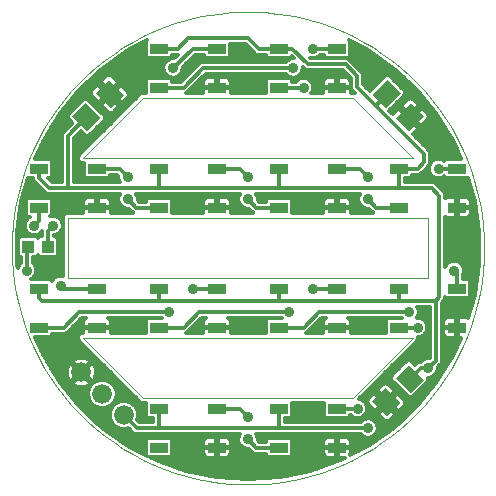
<source format=gtl>
G75*
G70*
%OFA0B0*%
%FSLAX24Y24*%
%IPPOS*%
%LPD*%
%AMOC8*
5,1,8,0,0,1.08239X$1,22.5*
%
%ADD10C,0.0000*%
%ADD11R,0.0591X0.0354*%
%ADD12R,0.0394X0.0433*%
%ADD13R,0.0630X0.0709*%
%ADD14C,0.0660*%
%ADD15C,0.0120*%
%ADD16C,0.0357*%
D10*
X004664Y003164D02*
X002664Y005164D01*
X013664Y005164D01*
X011664Y003164D01*
X004664Y003164D01*
X002164Y007164D02*
X002164Y009164D01*
X014164Y009164D01*
X014164Y007164D01*
X002164Y007164D01*
X002664Y011164D02*
X004664Y013164D01*
X011664Y013164D01*
X013664Y011164D01*
X002664Y011164D01*
X000290Y008164D02*
X000299Y007784D01*
X000327Y007404D01*
X000373Y007026D01*
X000437Y006651D01*
X000519Y006280D01*
X000619Y005912D01*
X000736Y005551D01*
X000871Y005195D01*
X001023Y004846D01*
X001192Y004505D01*
X001377Y004172D01*
X001578Y003849D01*
X001794Y003536D01*
X002025Y003233D01*
X002270Y002943D01*
X002529Y002664D01*
X002802Y002398D01*
X003087Y002146D01*
X003383Y001907D01*
X003691Y001684D01*
X004009Y001475D01*
X004337Y001282D01*
X004674Y001106D01*
X005019Y000945D01*
X005372Y000802D01*
X005731Y000675D01*
X006095Y000567D01*
X006465Y000476D01*
X006838Y000402D01*
X007215Y000347D01*
X007594Y000311D01*
X007974Y000292D01*
X008354Y000292D01*
X008734Y000311D01*
X009113Y000347D01*
X009490Y000402D01*
X009863Y000476D01*
X010233Y000567D01*
X010597Y000675D01*
X010956Y000802D01*
X011309Y000945D01*
X011654Y001106D01*
X011991Y001282D01*
X012319Y001475D01*
X012637Y001684D01*
X012945Y001907D01*
X013241Y002146D01*
X013526Y002398D01*
X013799Y002664D01*
X014058Y002943D01*
X014303Y003233D01*
X014534Y003536D01*
X014750Y003849D01*
X014951Y004172D01*
X015136Y004505D01*
X015305Y004846D01*
X015457Y005195D01*
X015592Y005551D01*
X015709Y005912D01*
X015809Y006280D01*
X015891Y006651D01*
X015955Y007026D01*
X016001Y007404D01*
X016029Y007784D01*
X016038Y008164D01*
X016029Y008544D01*
X016001Y008924D01*
X015955Y009302D01*
X015891Y009677D01*
X015809Y010048D01*
X015709Y010416D01*
X015592Y010777D01*
X015457Y011133D01*
X015305Y011482D01*
X015136Y011823D01*
X014951Y012156D01*
X014750Y012479D01*
X014534Y012792D01*
X014303Y013095D01*
X014058Y013385D01*
X013799Y013664D01*
X013526Y013930D01*
X013241Y014182D01*
X012945Y014421D01*
X012637Y014644D01*
X012319Y014853D01*
X011991Y015046D01*
X011654Y015222D01*
X011309Y015383D01*
X010956Y015526D01*
X010597Y015653D01*
X010233Y015761D01*
X009863Y015852D01*
X009490Y015926D01*
X009113Y015981D01*
X008734Y016017D01*
X008354Y016036D01*
X007974Y016036D01*
X007594Y016017D01*
X007215Y015981D01*
X006838Y015926D01*
X006465Y015852D01*
X006095Y015761D01*
X005731Y015653D01*
X005372Y015526D01*
X005019Y015383D01*
X004674Y015222D01*
X004337Y015046D01*
X004009Y014853D01*
X003691Y014644D01*
X003383Y014421D01*
X003087Y014182D01*
X002802Y013930D01*
X002529Y013664D01*
X002270Y013385D01*
X002025Y013095D01*
X001794Y012792D01*
X001578Y012479D01*
X001377Y012156D01*
X001192Y011823D01*
X001023Y011482D01*
X000871Y011133D01*
X000736Y010777D01*
X000619Y010416D01*
X000519Y010048D01*
X000437Y009677D01*
X000373Y009302D01*
X000327Y008924D01*
X000299Y008544D01*
X000290Y008164D01*
D11*
X001199Y009514D03*
X001199Y010813D03*
X003128Y010813D03*
X003128Y009514D03*
X005199Y009514D03*
X005199Y010813D03*
X007128Y010813D03*
X007128Y009514D03*
X009199Y009514D03*
X009199Y010813D03*
X011128Y010813D03*
X011128Y009514D03*
X013199Y009514D03*
X013199Y010813D03*
X015128Y010813D03*
X015128Y009514D03*
X015128Y006813D03*
X015128Y005514D03*
X013199Y005514D03*
X013199Y006813D03*
X011128Y006813D03*
X011128Y005514D03*
X009199Y005514D03*
X009199Y006813D03*
X007128Y006813D03*
X007128Y005514D03*
X005199Y005514D03*
X005199Y006813D03*
X003128Y006813D03*
X003128Y005514D03*
X001199Y005514D03*
X001199Y006813D03*
X005199Y002813D03*
X005199Y001514D03*
X007128Y001514D03*
X007128Y002813D03*
X009199Y002813D03*
X009199Y001514D03*
X011128Y001514D03*
X011128Y002813D03*
X011128Y013514D03*
X011128Y014813D03*
X009199Y014813D03*
X009199Y013514D03*
X007128Y013514D03*
X007128Y014813D03*
X005199Y014813D03*
X005199Y013514D03*
D12*
X001498Y008207D03*
X000829Y008207D03*
D13*
G36*
X003247Y012497D02*
X002801Y012051D01*
X002301Y012551D01*
X002747Y012997D01*
X003247Y012497D01*
G37*
G36*
X004027Y013277D02*
X003581Y012831D01*
X003081Y013331D01*
X003527Y013777D01*
X004027Y013277D01*
G37*
G36*
X012747Y012831D02*
X012301Y013277D01*
X012801Y013777D01*
X013247Y013331D01*
X012747Y012831D01*
G37*
G36*
X013527Y012051D02*
X013081Y012497D01*
X013581Y012997D01*
X014027Y012551D01*
X013527Y012051D01*
G37*
G36*
X013081Y003831D02*
X013527Y004277D01*
X014027Y003777D01*
X013581Y003331D01*
X013081Y003831D01*
G37*
G36*
X012301Y003051D02*
X012747Y003497D01*
X013247Y002997D01*
X012801Y002551D01*
X012301Y003051D01*
G37*
D14*
X004017Y002603D03*
X003310Y003310D03*
X002603Y004017D03*
D15*
X002727Y002711D02*
X003553Y002711D01*
X003547Y002697D02*
X003547Y002510D01*
X003619Y002337D01*
X003751Y002205D01*
X003924Y002133D01*
X004111Y002133D01*
X004177Y002161D01*
X004257Y002081D01*
X004374Y001964D01*
X005247Y001964D01*
X007892Y001964D01*
X007845Y001852D01*
X007845Y001725D01*
X007894Y001608D01*
X007983Y001519D01*
X008100Y001470D01*
X008199Y001470D01*
X008356Y001314D01*
X008521Y001314D01*
X008764Y001314D01*
X008764Y001279D01*
X008846Y001197D01*
X009552Y001197D01*
X009634Y001279D01*
X009634Y001749D01*
X009552Y001831D01*
X008846Y001831D01*
X008764Y001749D01*
X008764Y001714D01*
X008521Y001714D01*
X008482Y001753D01*
X008482Y001852D01*
X008436Y001964D01*
X009081Y001964D01*
X009247Y001964D01*
X011913Y001964D01*
X011983Y001894D01*
X012100Y001845D01*
X012227Y001845D01*
X012344Y001894D01*
X012434Y001983D01*
X012482Y002100D01*
X012482Y002227D01*
X012434Y002344D01*
X012344Y002434D01*
X012227Y002482D01*
X012100Y002482D01*
X011983Y002434D01*
X011913Y002364D01*
X009399Y002364D01*
X009399Y002496D01*
X009552Y002496D01*
X009634Y002578D01*
X009634Y003004D01*
X010693Y003004D01*
X010693Y002578D01*
X010775Y002496D01*
X011482Y002496D01*
X011564Y002578D01*
X011564Y002613D01*
X011633Y002543D01*
X011750Y002495D01*
X011877Y002495D01*
X011994Y002543D01*
X012083Y002633D01*
X012132Y002750D01*
X012132Y002877D01*
X012083Y002994D01*
X011994Y003083D01*
X011877Y003132D01*
X011858Y003132D01*
X013824Y005097D01*
X013824Y005196D01*
X013877Y005196D01*
X013994Y005244D01*
X014083Y005334D01*
X014132Y005451D01*
X014132Y005578D01*
X014083Y005695D01*
X013994Y005784D01*
X013877Y005833D01*
X013783Y005833D01*
X013809Y005858D01*
X013857Y005975D01*
X013857Y006102D01*
X013811Y006214D01*
X014214Y006214D01*
X014214Y004497D01*
X014199Y004482D01*
X014100Y004482D01*
X013983Y004434D01*
X013913Y004364D01*
X013831Y004364D01*
X013734Y004267D01*
X013584Y004417D01*
X013468Y004417D01*
X012940Y003889D01*
X012940Y003773D01*
X013523Y003190D01*
X013639Y003190D01*
X014167Y003718D01*
X014167Y003834D01*
X014155Y003845D01*
X014227Y003845D01*
X014344Y003894D01*
X014434Y003983D01*
X014482Y004100D01*
X014482Y004199D01*
X014614Y004331D01*
X014614Y004497D01*
X014614Y006331D01*
X014739Y006456D01*
X014739Y006533D01*
X014775Y006496D01*
X015482Y006496D01*
X015564Y006578D01*
X015564Y007049D01*
X015482Y007131D01*
X015328Y007131D01*
X015328Y007241D01*
X015328Y007281D01*
X015357Y007350D01*
X015357Y007477D01*
X015309Y007594D01*
X015219Y007684D01*
X015102Y007732D01*
X014975Y007732D01*
X014858Y007684D01*
X014769Y007594D01*
X014739Y007521D01*
X014739Y009207D01*
X014771Y009188D01*
X014812Y009177D01*
X015100Y009177D01*
X015100Y009485D01*
X015157Y009485D01*
X015157Y009177D01*
X015445Y009177D01*
X015485Y009188D01*
X015522Y009209D01*
X015552Y009239D01*
X015573Y009275D01*
X015584Y009316D01*
X015584Y009486D01*
X015157Y009486D01*
X015157Y009543D01*
X015100Y009543D01*
X015100Y009851D01*
X014812Y009851D01*
X014771Y009840D01*
X014739Y009822D01*
X014739Y009997D01*
X014622Y010114D01*
X014372Y010364D01*
X014206Y010364D01*
X013399Y010364D01*
X013399Y010496D01*
X013552Y010496D01*
X013634Y010578D01*
X013634Y010613D01*
X013731Y010613D01*
X013896Y010613D01*
X014221Y010939D01*
X014196Y010877D01*
X014196Y010750D01*
X014244Y010633D01*
X014334Y010543D01*
X014451Y010495D01*
X014578Y010495D01*
X014695Y010543D01*
X014711Y010560D01*
X014775Y010496D01*
X015482Y010496D01*
X015498Y010513D01*
X015716Y009733D01*
X015860Y008690D01*
X015878Y008164D01*
X015878Y008164D01*
X014739Y008164D01*
X014739Y008282D02*
X015874Y008282D01*
X015878Y008164D02*
X015860Y007637D01*
X015716Y006594D01*
X015502Y005830D01*
X015485Y005840D01*
X015445Y005851D01*
X015157Y005851D01*
X015157Y005543D01*
X015100Y005543D01*
X015100Y005851D01*
X014812Y005851D01*
X014771Y005840D01*
X014735Y005819D01*
X014705Y005790D01*
X014684Y005753D01*
X014673Y005712D01*
X014673Y005543D01*
X015099Y005543D01*
X015099Y005486D01*
X014673Y005486D01*
X014673Y005316D01*
X014684Y005275D01*
X014705Y005239D01*
X014735Y005209D01*
X014771Y005188D01*
X014812Y005177D01*
X015100Y005177D01*
X015100Y005485D01*
X015157Y005485D01*
X015157Y005177D01*
X015257Y005177D01*
X015013Y004615D01*
X014466Y003715D01*
X013801Y002899D01*
X013032Y002180D01*
X012172Y001573D01*
X011562Y001257D01*
X011573Y001275D01*
X011584Y001316D01*
X011584Y001486D01*
X011157Y001486D01*
X011157Y001543D01*
X011100Y001543D01*
X011100Y001851D01*
X010812Y001851D01*
X010771Y001840D01*
X010735Y001819D01*
X010705Y001790D01*
X010684Y001753D01*
X010673Y001712D01*
X010673Y001543D01*
X011099Y001543D01*
X011099Y001486D01*
X010673Y001486D01*
X010673Y001316D01*
X010684Y001275D01*
X010705Y001239D01*
X010735Y001209D01*
X010771Y001188D01*
X010812Y001177D01*
X011100Y001177D01*
X011100Y001485D01*
X011157Y001485D01*
X011157Y001177D01*
X011408Y001177D01*
X011237Y001088D01*
X010245Y000736D01*
X009214Y000522D01*
X008164Y000450D01*
X007113Y000522D01*
X006083Y000736D01*
X005090Y001088D01*
X004881Y001197D01*
X005552Y001197D01*
X005634Y001279D01*
X005634Y001749D01*
X005552Y001831D01*
X004846Y001831D01*
X004764Y001749D01*
X004764Y001279D01*
X004809Y001234D01*
X004156Y001573D01*
X003296Y002180D01*
X002526Y002899D01*
X001862Y003715D01*
X001315Y004615D01*
X001062Y005197D01*
X001552Y005197D01*
X001634Y005279D01*
X001634Y005314D01*
X001931Y005314D01*
X002097Y005314D01*
X002622Y005839D01*
X002769Y005839D01*
X002735Y005819D01*
X002705Y005790D01*
X002684Y005753D01*
X002673Y005712D01*
X002673Y005543D01*
X003099Y005543D01*
X003099Y005486D01*
X002673Y005486D01*
X002673Y005324D01*
X002597Y005324D01*
X002504Y005230D01*
X002504Y005097D01*
X004597Y003004D01*
X004730Y003004D01*
X004764Y003004D01*
X004764Y002578D01*
X004846Y002496D01*
X004999Y002496D01*
X004999Y002364D01*
X004540Y002364D01*
X004460Y002443D01*
X004487Y002510D01*
X004487Y002697D01*
X004416Y002869D01*
X004284Y003002D01*
X004111Y003073D01*
X003924Y003073D01*
X003751Y003002D01*
X003619Y002869D01*
X003547Y002697D01*
X003547Y002592D02*
X002854Y002592D01*
X002981Y002474D02*
X003562Y002474D01*
X003611Y002355D02*
X003108Y002355D01*
X003235Y002237D02*
X003719Y002237D01*
X003551Y002000D02*
X004338Y002000D01*
X004220Y002118D02*
X003383Y002118D01*
X003719Y001881D02*
X007857Y001881D01*
X007845Y001762D02*
X007567Y001762D01*
X007573Y001753D02*
X007552Y001790D01*
X007522Y001819D01*
X007485Y001840D01*
X007445Y001851D01*
X007157Y001851D01*
X007157Y001543D01*
X007100Y001543D01*
X007100Y001851D01*
X006812Y001851D01*
X006771Y001840D01*
X006735Y001819D01*
X006705Y001790D01*
X006684Y001753D01*
X006673Y001712D01*
X006673Y001543D01*
X007099Y001543D01*
X007099Y001486D01*
X006673Y001486D01*
X006673Y001316D01*
X006684Y001275D01*
X006705Y001239D01*
X006735Y001209D01*
X006771Y001188D01*
X006812Y001177D01*
X007100Y001177D01*
X007100Y001485D01*
X007157Y001485D01*
X007157Y001177D01*
X007445Y001177D01*
X007485Y001188D01*
X007522Y001209D01*
X007552Y001239D01*
X007573Y001275D01*
X007584Y001316D01*
X007584Y001486D01*
X007157Y001486D01*
X007157Y001543D01*
X007584Y001543D01*
X007584Y001712D01*
X007573Y001753D01*
X007584Y001644D02*
X007879Y001644D01*
X007977Y001525D02*
X007157Y001525D01*
X007099Y001525D02*
X005634Y001525D01*
X005634Y001407D02*
X006673Y001407D01*
X006680Y001288D02*
X005634Y001288D01*
X005529Y000933D02*
X010799Y000933D01*
X011132Y001051D02*
X005195Y001051D01*
X004933Y001170D02*
X011394Y001170D01*
X011576Y001288D02*
X011623Y001288D01*
X011584Y001407D02*
X011852Y001407D01*
X012080Y001525D02*
X011157Y001525D01*
X011157Y001543D02*
X011584Y001543D01*
X011584Y001712D01*
X011573Y001753D01*
X011552Y001790D01*
X011522Y001819D01*
X011485Y001840D01*
X011445Y001851D01*
X011157Y001851D01*
X011157Y001543D01*
X011099Y001525D02*
X009634Y001525D01*
X009634Y001407D02*
X010673Y001407D01*
X010680Y001288D02*
X009634Y001288D01*
X009634Y001644D02*
X010673Y001644D01*
X010689Y001762D02*
X009621Y001762D01*
X009199Y001514D02*
X008438Y001514D01*
X008164Y001789D01*
X008482Y001762D02*
X008777Y001762D01*
X008470Y001881D02*
X012014Y001881D01*
X012313Y001881D02*
X012609Y001881D01*
X012776Y002000D02*
X012440Y002000D01*
X012482Y002118D02*
X012944Y002118D01*
X013093Y002237D02*
X012478Y002237D01*
X012423Y002355D02*
X013220Y002355D01*
X013347Y002474D02*
X012951Y002474D01*
X012900Y002423D02*
X012864Y002402D01*
X012823Y002391D01*
X012781Y002391D01*
X012740Y002402D01*
X012704Y002423D01*
X012481Y002646D01*
X012774Y002939D01*
X012859Y003024D01*
X012774Y003109D01*
X013067Y003402D01*
X012844Y003625D01*
X012808Y003646D01*
X012767Y003657D01*
X012725Y003657D01*
X012684Y003646D01*
X012648Y003625D01*
X012453Y003430D01*
X012774Y003109D01*
X012689Y003024D01*
X012368Y003345D01*
X012173Y003150D01*
X012152Y003114D01*
X012141Y003073D01*
X012141Y003031D01*
X012152Y002990D01*
X012173Y002954D01*
X012396Y002731D01*
X012689Y003024D01*
X012774Y002939D01*
X013095Y002618D01*
X012900Y002423D01*
X013070Y002592D02*
X013474Y002592D01*
X013600Y002711D02*
X013188Y002711D01*
X013180Y002703D02*
X013375Y002898D01*
X013396Y002934D01*
X013407Y002975D01*
X013407Y003017D01*
X013396Y003058D01*
X013375Y003094D01*
X013152Y003317D01*
X012859Y003024D01*
X013180Y002703D01*
X013172Y002711D02*
X013002Y002711D01*
X013053Y002829D02*
X012884Y002829D01*
X012935Y002948D02*
X012783Y002948D01*
X012765Y002948D02*
X012613Y002948D01*
X012647Y003066D02*
X012731Y003066D01*
X012817Y003066D02*
X012901Y003066D01*
X012850Y003185D02*
X013020Y003185D01*
X012969Y003304D02*
X013138Y003304D01*
X013166Y003304D02*
X013410Y003304D01*
X013292Y003422D02*
X013048Y003422D01*
X012929Y003541D02*
X013173Y003541D01*
X013054Y003659D02*
X012385Y003659D01*
X012267Y003541D02*
X012563Y003541D01*
X012461Y003422D02*
X012148Y003422D01*
X012030Y003304D02*
X012326Y003304D01*
X012410Y003304D02*
X012579Y003304D01*
X012528Y003185D02*
X012698Y003185D01*
X012664Y002829D02*
X012495Y002829D01*
X012546Y002711D02*
X012116Y002711D01*
X012132Y002829D02*
X012297Y002829D01*
X012178Y002948D02*
X012102Y002948D01*
X012141Y003066D02*
X012011Y003066D01*
X011911Y003185D02*
X012208Y003185D01*
X011813Y002813D02*
X011128Y002813D01*
X011564Y002592D02*
X011584Y002592D01*
X012043Y002592D02*
X012534Y002592D01*
X012653Y002474D02*
X012248Y002474D01*
X012080Y002474D02*
X009399Y002474D01*
X009634Y002592D02*
X010693Y002592D01*
X010693Y002711D02*
X009634Y002711D01*
X009634Y002829D02*
X010693Y002829D01*
X010693Y002948D02*
X009634Y002948D01*
X009199Y002813D02*
X009199Y002199D01*
X009164Y002164D01*
X005164Y002164D01*
X004457Y002164D01*
X004017Y002603D01*
X003602Y002829D02*
X002600Y002829D01*
X002486Y002948D02*
X003008Y002948D01*
X003044Y002912D02*
X003217Y002840D01*
X003404Y002840D01*
X003576Y002912D01*
X003709Y003044D01*
X003780Y003217D01*
X003780Y003404D01*
X003709Y003576D01*
X003576Y003709D01*
X003404Y003780D01*
X003217Y003780D01*
X003044Y003709D01*
X002912Y003576D01*
X002840Y003404D01*
X002840Y003217D01*
X002912Y003044D01*
X003044Y002912D01*
X002902Y003066D02*
X002389Y003066D01*
X002293Y003185D02*
X002853Y003185D01*
X002840Y003304D02*
X002197Y003304D01*
X002100Y003422D02*
X002848Y003422D01*
X002897Y003541D02*
X002722Y003541D01*
X002718Y003539D02*
X002791Y003563D01*
X002860Y003598D01*
X002922Y003644D01*
X002603Y003963D01*
X002284Y003644D01*
X002346Y003598D01*
X002415Y003563D01*
X002488Y003539D01*
X002565Y003527D01*
X002642Y003527D01*
X002718Y003539D01*
X002907Y003659D02*
X002994Y003659D01*
X002977Y003698D02*
X002977Y003698D01*
X003022Y003760D01*
X003057Y003829D01*
X003081Y003903D01*
X003093Y003979D01*
X003093Y004056D01*
X003081Y004132D01*
X003057Y004205D01*
X003022Y004274D01*
X002977Y004336D01*
X002977Y004337D01*
X002658Y004017D01*
X002977Y003698D01*
X002922Y003644D02*
X002922Y003644D01*
X002897Y003778D02*
X002788Y003778D01*
X002779Y003896D02*
X002670Y003896D01*
X002603Y003963D02*
X002658Y004017D01*
X002603Y004072D01*
X002549Y004017D01*
X002603Y003963D01*
X002551Y004015D02*
X002546Y004015D01*
X002549Y004017D02*
X002229Y003698D01*
X002229Y003698D01*
X002184Y003760D01*
X002149Y003829D01*
X002125Y003903D01*
X002113Y003979D01*
X002113Y004056D01*
X002125Y004132D01*
X002149Y004205D01*
X002184Y004274D01*
X002229Y004336D01*
X002229Y004337D01*
X002549Y004017D01*
X002603Y004072D02*
X002284Y004391D01*
X002284Y004391D01*
X002346Y004436D01*
X002415Y004471D01*
X002488Y004495D01*
X002565Y004507D01*
X002642Y004507D01*
X002718Y004495D01*
X002791Y004471D01*
X002860Y004436D01*
X002922Y004391D01*
X002922Y004391D01*
X002603Y004072D01*
X002655Y004015D02*
X002660Y004015D01*
X002665Y004133D02*
X002774Y004133D01*
X002783Y004252D02*
X002892Y004252D01*
X002902Y004370D02*
X003231Y004370D01*
X003349Y004252D02*
X003034Y004252D01*
X003081Y004133D02*
X003468Y004133D01*
X003586Y004015D02*
X003093Y004015D01*
X003079Y003896D02*
X003705Y003896D01*
X003824Y003778D02*
X003410Y003778D01*
X003211Y003778D02*
X003031Y003778D01*
X002536Y003896D02*
X002428Y003896D01*
X002418Y003778D02*
X002309Y003778D01*
X002299Y003659D02*
X001907Y003659D01*
X001824Y003778D02*
X002175Y003778D01*
X002127Y003896D02*
X001752Y003896D01*
X001679Y004015D02*
X002113Y004015D01*
X002126Y004133D02*
X001607Y004133D01*
X001535Y004252D02*
X002173Y004252D01*
X002314Y004252D02*
X002423Y004252D01*
X002433Y004133D02*
X002541Y004133D01*
X002304Y004370D02*
X001463Y004370D01*
X001391Y004489D02*
X002469Y004489D01*
X002737Y004489D02*
X003112Y004489D01*
X002994Y004607D02*
X001319Y004607D01*
X001266Y004726D02*
X002875Y004726D01*
X002757Y004845D02*
X001215Y004845D01*
X001163Y004963D02*
X002638Y004963D01*
X002520Y005082D02*
X001112Y005082D01*
X001199Y005514D02*
X002014Y005514D01*
X002539Y006039D01*
X005539Y006039D01*
X005296Y005831D02*
X004846Y005831D01*
X004764Y005749D01*
X004764Y005324D01*
X003584Y005324D01*
X003584Y005486D01*
X003157Y005486D01*
X003157Y005543D01*
X003584Y005543D01*
X003584Y005712D01*
X003573Y005753D01*
X003552Y005790D01*
X003522Y005819D01*
X003488Y005839D01*
X005288Y005839D01*
X005296Y005831D01*
X005199Y005514D02*
X006014Y005514D01*
X006539Y006039D01*
X009539Y006039D01*
X009296Y005831D02*
X008846Y005831D01*
X008764Y005749D01*
X008764Y005324D01*
X007584Y005324D01*
X007584Y005486D01*
X007157Y005486D01*
X007157Y005543D01*
X007584Y005543D01*
X007584Y005712D01*
X007573Y005753D01*
X007552Y005790D01*
X007522Y005819D01*
X007488Y005839D01*
X009288Y005839D01*
X009296Y005831D01*
X009199Y005514D02*
X010014Y005514D01*
X010539Y006039D01*
X013539Y006039D01*
X013296Y005831D02*
X012846Y005831D01*
X012764Y005749D01*
X012764Y005324D01*
X011584Y005324D01*
X011584Y005486D01*
X011157Y005486D01*
X011157Y005543D01*
X011584Y005543D01*
X011584Y005712D01*
X011573Y005753D01*
X011552Y005790D01*
X011522Y005819D01*
X011488Y005839D01*
X013288Y005839D01*
X013296Y005831D01*
X013199Y005514D02*
X013813Y005514D01*
X013972Y005793D02*
X014214Y005793D01*
X014214Y005911D02*
X013831Y005911D01*
X013857Y006030D02*
X014214Y006030D01*
X014214Y006149D02*
X013838Y006149D01*
X014092Y005674D02*
X014214Y005674D01*
X014214Y005556D02*
X014132Y005556D01*
X014126Y005437D02*
X014214Y005437D01*
X014214Y005319D02*
X014068Y005319D01*
X014214Y005200D02*
X013887Y005200D01*
X013808Y005082D02*
X014214Y005082D01*
X014214Y004963D02*
X013689Y004963D01*
X013571Y004845D02*
X014214Y004845D01*
X014214Y004726D02*
X013452Y004726D01*
X013334Y004607D02*
X014214Y004607D01*
X014206Y004489D02*
X013215Y004489D01*
X013097Y004370D02*
X013421Y004370D01*
X013303Y004252D02*
X012978Y004252D01*
X012860Y004133D02*
X013184Y004133D01*
X013066Y004015D02*
X012741Y004015D01*
X012622Y003896D02*
X012947Y003896D01*
X012940Y003778D02*
X012504Y003778D01*
X013285Y003185D02*
X014035Y003185D01*
X014131Y003304D02*
X013753Y003304D01*
X013871Y003422D02*
X014227Y003422D01*
X014324Y003541D02*
X013990Y003541D01*
X014108Y003659D02*
X014420Y003659D01*
X014504Y003778D02*
X014167Y003778D01*
X014347Y003896D02*
X014576Y003896D01*
X014648Y004015D02*
X014447Y004015D01*
X014482Y004133D02*
X014720Y004133D01*
X014792Y004252D02*
X014535Y004252D01*
X014614Y004370D02*
X014864Y004370D01*
X014936Y004489D02*
X014614Y004489D01*
X014614Y004607D02*
X015009Y004607D01*
X015061Y004726D02*
X014614Y004726D01*
X014614Y004845D02*
X015113Y004845D01*
X015164Y004963D02*
X014614Y004963D01*
X014614Y005082D02*
X015216Y005082D01*
X015157Y005200D02*
X015100Y005200D01*
X015100Y005319D02*
X015157Y005319D01*
X015157Y005437D02*
X015100Y005437D01*
X015100Y005556D02*
X015157Y005556D01*
X015157Y005674D02*
X015100Y005674D01*
X015100Y005793D02*
X015157Y005793D01*
X014708Y005793D02*
X014614Y005793D01*
X014614Y005911D02*
X015525Y005911D01*
X015558Y006030D02*
X014614Y006030D01*
X014614Y006149D02*
X015592Y006149D01*
X015625Y006267D02*
X014614Y006267D01*
X014614Y006331D02*
X014614Y006331D01*
X014668Y006386D02*
X015658Y006386D01*
X015691Y006504D02*
X015490Y006504D01*
X015564Y006623D02*
X015720Y006623D01*
X015737Y006741D02*
X015564Y006741D01*
X015564Y006860D02*
X015753Y006860D01*
X015769Y006978D02*
X015564Y006978D01*
X015515Y007097D02*
X015786Y007097D01*
X015802Y007215D02*
X015328Y007215D01*
X015350Y007334D02*
X015818Y007334D01*
X015834Y007453D02*
X015357Y007453D01*
X015318Y007571D02*
X015851Y007571D01*
X015862Y007690D02*
X015205Y007690D01*
X015039Y007414D02*
X015128Y007324D01*
X015128Y006813D01*
X014767Y006504D02*
X014739Y006504D01*
X014539Y006539D02*
X014414Y006414D01*
X014414Y004414D01*
X014164Y004164D01*
X013914Y004164D01*
X013554Y003804D01*
X013554Y003554D01*
X013391Y003066D02*
X013938Y003066D01*
X013842Y002948D02*
X013400Y002948D01*
X013307Y002829D02*
X013727Y002829D01*
X012441Y001762D02*
X011567Y001762D01*
X011584Y001644D02*
X012273Y001644D01*
X012164Y002164D02*
X009164Y002164D01*
X008764Y001288D02*
X007576Y001288D01*
X007584Y001407D02*
X008263Y001407D01*
X008292Y000458D02*
X008036Y000458D01*
X007157Y001288D02*
X007100Y001288D01*
X007100Y001407D02*
X007157Y001407D01*
X007157Y001644D02*
X007100Y001644D01*
X007100Y001762D02*
X007157Y001762D01*
X006689Y001762D02*
X005621Y001762D01*
X005634Y001644D02*
X006673Y001644D01*
X006276Y000696D02*
X010051Y000696D01*
X010465Y000814D02*
X005862Y000814D01*
X006083Y000736D02*
X006083Y000736D01*
X006847Y000577D02*
X009481Y000577D01*
X011100Y001288D02*
X011157Y001288D01*
X011157Y001407D02*
X011100Y001407D01*
X011100Y001644D02*
X011157Y001644D01*
X011157Y001762D02*
X011100Y001762D01*
X013630Y004370D02*
X013920Y004370D01*
X014614Y005200D02*
X014750Y005200D01*
X014673Y005319D02*
X014614Y005319D01*
X014614Y005437D02*
X014673Y005437D01*
X014673Y005556D02*
X014614Y005556D01*
X014614Y005674D02*
X014673Y005674D01*
X014414Y006414D02*
X013164Y006414D01*
X013199Y006449D01*
X013199Y006813D01*
X013164Y006414D02*
X009164Y006414D01*
X009199Y006449D01*
X009199Y006813D01*
X009164Y006414D02*
X005164Y006414D01*
X005199Y006449D01*
X005199Y006813D01*
X005164Y006414D02*
X001289Y006414D01*
X001199Y006503D01*
X001199Y006813D01*
X000969Y007144D02*
X001059Y007233D01*
X001107Y007350D01*
X001107Y007477D01*
X001059Y007594D01*
X000989Y007664D01*
X000989Y007850D01*
X001084Y007850D01*
X001164Y007930D01*
X001244Y007850D01*
X001753Y007850D01*
X001835Y007932D01*
X001835Y008481D01*
X001753Y008563D01*
X001698Y008563D01*
X001698Y008595D01*
X001727Y008595D01*
X001844Y008644D01*
X001934Y008733D01*
X001982Y008850D01*
X001982Y008977D01*
X001934Y009094D01*
X001844Y009184D01*
X001727Y009232D01*
X001600Y009232D01*
X001579Y009223D01*
X001634Y009279D01*
X001634Y009749D01*
X001552Y009831D01*
X000846Y009831D01*
X000764Y009749D01*
X000764Y009279D01*
X000846Y009197D01*
X000891Y009197D01*
X000858Y009184D01*
X000769Y009094D01*
X000720Y008977D01*
X000720Y008850D01*
X000769Y008733D01*
X000858Y008644D01*
X000975Y008595D01*
X001102Y008595D01*
X001219Y008644D01*
X001298Y008723D01*
X001298Y008563D01*
X001244Y008563D01*
X001164Y008483D01*
X001084Y008563D01*
X000574Y008563D01*
X000492Y008481D01*
X000492Y007932D01*
X000574Y007850D01*
X000589Y007850D01*
X000589Y007664D01*
X000519Y007594D01*
X000485Y007512D01*
X000468Y007637D01*
X000450Y008164D01*
X000492Y008164D01*
X000450Y008164D02*
X000468Y008690D01*
X000611Y009733D01*
X000829Y010513D01*
X000846Y010496D01*
X000999Y010496D01*
X000999Y010420D01*
X001456Y009964D01*
X001622Y009964D01*
X002081Y009964D01*
X002247Y009964D01*
X003892Y009964D01*
X003845Y009852D01*
X003845Y009725D01*
X003894Y009608D01*
X003983Y009519D01*
X004100Y009470D01*
X004199Y009470D01*
X004346Y009324D01*
X003584Y009324D01*
X003584Y009486D01*
X003157Y009486D01*
X003157Y009543D01*
X003100Y009543D01*
X003100Y009851D01*
X002812Y009851D01*
X002771Y009840D01*
X002735Y009819D01*
X002705Y009790D01*
X002684Y009753D01*
X002673Y009712D01*
X002673Y009543D01*
X003099Y009543D01*
X003099Y009486D01*
X002673Y009486D01*
X002673Y009324D01*
X002230Y009324D01*
X002097Y009324D01*
X002004Y009230D01*
X002004Y007221D01*
X001977Y007232D01*
X001850Y007232D01*
X001733Y007184D01*
X001644Y007094D01*
X001628Y007055D01*
X001552Y007131D01*
X000937Y007131D01*
X000969Y007144D01*
X001041Y007215D02*
X001810Y007215D01*
X001647Y007097D02*
X001586Y007097D01*
X001914Y006914D02*
X002014Y006813D01*
X003128Y006813D01*
X002708Y005793D02*
X002576Y005793D01*
X002673Y005674D02*
X002457Y005674D01*
X002339Y005556D02*
X002673Y005556D01*
X002673Y005437D02*
X002220Y005437D01*
X002102Y005319D02*
X002592Y005319D01*
X002504Y005200D02*
X001556Y005200D01*
X002284Y003644D02*
X002284Y003644D01*
X002485Y003541D02*
X002004Y003541D01*
X003626Y003659D02*
X003942Y003659D01*
X004061Y003541D02*
X003724Y003541D01*
X003773Y003422D02*
X004179Y003422D01*
X004298Y003304D02*
X003780Y003304D01*
X003767Y003185D02*
X004416Y003185D01*
X004535Y003066D02*
X004127Y003066D01*
X004337Y002948D02*
X004764Y002948D01*
X004764Y002829D02*
X004432Y002829D01*
X004481Y002711D02*
X004764Y002711D01*
X004764Y002592D02*
X004487Y002592D01*
X004472Y002474D02*
X004999Y002474D01*
X005199Y002199D02*
X005164Y002164D01*
X005199Y002199D02*
X005199Y002813D01*
X004777Y001762D02*
X003887Y001762D01*
X004055Y001644D02*
X004764Y001644D01*
X004764Y001525D02*
X004247Y001525D01*
X004476Y001407D02*
X004764Y001407D01*
X004764Y001288D02*
X004705Y001288D01*
X003697Y002948D02*
X003613Y002948D01*
X003718Y003066D02*
X003908Y003066D01*
X006107Y005324D02*
X006622Y005839D01*
X006769Y005839D01*
X006735Y005819D01*
X006705Y005790D01*
X006684Y005753D01*
X006673Y005712D01*
X006673Y005543D01*
X007099Y005543D01*
X007099Y005486D01*
X006673Y005486D01*
X006673Y005324D01*
X006107Y005324D01*
X006220Y005437D02*
X006673Y005437D01*
X006673Y005556D02*
X006339Y005556D01*
X006457Y005674D02*
X006673Y005674D01*
X006708Y005793D02*
X006576Y005793D01*
X007548Y005793D02*
X008808Y005793D01*
X008764Y005674D02*
X007584Y005674D01*
X007584Y005556D02*
X008764Y005556D01*
X008764Y005437D02*
X007584Y005437D01*
X007128Y006813D02*
X006313Y006813D01*
X004808Y005793D02*
X003548Y005793D01*
X003584Y005674D02*
X004764Y005674D01*
X004764Y005556D02*
X003584Y005556D01*
X003584Y005437D02*
X004764Y005437D01*
X007128Y002813D02*
X007889Y002813D01*
X008164Y002539D01*
X010107Y005324D02*
X010622Y005839D01*
X010769Y005839D01*
X010735Y005819D01*
X010705Y005790D01*
X010684Y005753D01*
X010673Y005712D01*
X010673Y005543D01*
X011099Y005543D01*
X011099Y005486D01*
X010673Y005486D01*
X010673Y005324D01*
X010107Y005324D01*
X010220Y005437D02*
X010673Y005437D01*
X010673Y005556D02*
X010339Y005556D01*
X010457Y005674D02*
X010673Y005674D01*
X010708Y005793D02*
X010576Y005793D01*
X011548Y005793D02*
X012808Y005793D01*
X012764Y005674D02*
X011584Y005674D01*
X011584Y005556D02*
X012764Y005556D01*
X012764Y005437D02*
X011584Y005437D01*
X011128Y006813D02*
X010313Y006813D01*
X010673Y009324D02*
X009634Y009324D01*
X009634Y009749D01*
X009552Y009831D01*
X008846Y009831D01*
X008764Y009749D01*
X008764Y009714D01*
X008521Y009714D01*
X008482Y009753D01*
X008482Y009852D01*
X008436Y009964D01*
X009081Y009964D01*
X009247Y009964D01*
X011892Y009964D01*
X011845Y009852D01*
X011845Y009725D01*
X011894Y009608D01*
X011983Y009519D01*
X012100Y009470D01*
X012199Y009470D01*
X012346Y009324D01*
X011584Y009324D01*
X011584Y009486D01*
X011157Y009486D01*
X011157Y009543D01*
X011100Y009543D01*
X011100Y009851D01*
X010812Y009851D01*
X010771Y009840D01*
X010735Y009819D01*
X010705Y009790D01*
X010684Y009753D01*
X010673Y009712D01*
X010673Y009543D01*
X011099Y009543D01*
X011099Y009486D01*
X010673Y009486D01*
X010673Y009324D01*
X010673Y009349D02*
X009634Y009349D01*
X009634Y009468D02*
X010673Y009468D01*
X010673Y009586D02*
X009634Y009586D01*
X009634Y009705D02*
X010673Y009705D01*
X010742Y009823D02*
X009560Y009823D01*
X009199Y009514D02*
X008438Y009514D01*
X008164Y009789D01*
X008445Y009942D02*
X011883Y009942D01*
X011845Y009823D02*
X011515Y009823D01*
X011522Y009819D02*
X011485Y009840D01*
X011445Y009851D01*
X011157Y009851D01*
X011157Y009543D01*
X011584Y009543D01*
X011584Y009712D01*
X011573Y009753D01*
X011552Y009790D01*
X011522Y009819D01*
X011584Y009705D02*
X011854Y009705D01*
X011916Y009586D02*
X011584Y009586D01*
X011584Y009468D02*
X012202Y009468D01*
X012320Y009349D02*
X011584Y009349D01*
X011157Y009586D02*
X011100Y009586D01*
X011100Y009705D02*
X011157Y009705D01*
X011157Y009823D02*
X011100Y009823D01*
X011128Y010813D02*
X011889Y010813D01*
X012164Y010539D01*
X012164Y009789D02*
X012438Y009514D01*
X013199Y009514D01*
X013164Y010164D02*
X013199Y010199D01*
X013199Y010813D01*
X013813Y010813D01*
X014039Y011039D01*
X014039Y011289D01*
X012414Y012914D01*
X012774Y013274D01*
X012774Y013304D01*
X012444Y013617D02*
X011994Y013617D01*
X011989Y013622D02*
X011989Y013997D01*
X011872Y014114D01*
X011497Y014489D01*
X011331Y014489D01*
X010247Y014489D01*
X010234Y014502D01*
X010250Y014495D01*
X010377Y014495D01*
X010494Y014543D01*
X010564Y014613D01*
X010693Y014613D01*
X010693Y014578D01*
X010775Y014496D01*
X011482Y014496D01*
X011564Y014578D01*
X011564Y015049D01*
X011519Y015093D01*
X012172Y014755D01*
X013032Y014148D01*
X013801Y013429D01*
X014466Y012612D01*
X015013Y011713D01*
X015266Y011131D01*
X014775Y011131D01*
X014711Y011067D01*
X014695Y011083D01*
X014578Y011132D01*
X014451Y011132D01*
X014334Y011083D01*
X014244Y010994D01*
X014239Y010980D01*
X014239Y011122D01*
X014239Y011372D01*
X014122Y011489D01*
X013656Y011955D01*
X013847Y012146D01*
X013554Y012439D01*
X013638Y012524D01*
X013554Y012609D01*
X013875Y012930D01*
X013680Y013125D01*
X013643Y013146D01*
X013602Y013157D01*
X013560Y013157D01*
X013520Y013146D01*
X013483Y013125D01*
X013260Y012902D01*
X013553Y012609D01*
X013469Y012524D01*
X013175Y012817D01*
X012984Y012626D01*
X012862Y012748D01*
X013387Y013273D01*
X013387Y013389D01*
X012860Y013917D01*
X012744Y013917D01*
X012219Y013392D01*
X011989Y013622D01*
X011989Y013735D02*
X012562Y013735D01*
X012681Y013854D02*
X011989Y013854D01*
X011989Y013972D02*
X013220Y013972D01*
X013347Y013854D02*
X012923Y013854D01*
X013041Y013735D02*
X013473Y013735D01*
X013600Y013617D02*
X013160Y013617D01*
X013278Y013498D02*
X013727Y013498D01*
X013842Y013380D02*
X013387Y013380D01*
X013375Y013261D02*
X013938Y013261D01*
X014034Y013143D02*
X013649Y013143D01*
X013513Y013143D02*
X013256Y013143D01*
X013138Y013024D02*
X013382Y013024D01*
X013263Y012906D02*
X013019Y012906D01*
X012901Y012787D02*
X013145Y012787D01*
X013206Y012787D02*
X013375Y012787D01*
X013324Y012668D02*
X013494Y012668D01*
X013494Y012550D02*
X013443Y012550D01*
X013561Y012431D02*
X013731Y012431D01*
X013680Y012313D02*
X013849Y012313D01*
X013932Y012231D02*
X013638Y012524D01*
X013959Y012845D01*
X014155Y012650D01*
X014176Y012614D01*
X014187Y012573D01*
X014187Y012531D01*
X014176Y012490D01*
X014155Y012454D01*
X013932Y012231D01*
X014014Y012313D02*
X014648Y012313D01*
X014576Y012431D02*
X014132Y012431D01*
X014187Y012550D02*
X014504Y012550D01*
X014420Y012668D02*
X014136Y012668D01*
X014018Y012787D02*
X014324Y012787D01*
X014227Y012906D02*
X013850Y012906D01*
X013901Y012787D02*
X013732Y012787D01*
X013783Y012668D02*
X013613Y012668D01*
X013613Y012550D02*
X013664Y012550D01*
X013799Y012194D02*
X014720Y012194D01*
X014792Y012076D02*
X013777Y012076D01*
X013658Y011957D02*
X014864Y011957D01*
X014936Y011839D02*
X013772Y011839D01*
X013890Y011720D02*
X015008Y011720D01*
X015061Y011602D02*
X014009Y011602D01*
X014127Y011483D02*
X015113Y011483D01*
X015164Y011364D02*
X014239Y011364D01*
X014239Y011246D02*
X015216Y011246D01*
X015128Y010813D02*
X014514Y010813D01*
X014236Y010653D02*
X013936Y010653D01*
X014055Y010772D02*
X014196Y010772D01*
X014201Y010890D02*
X014173Y010890D01*
X014239Y011009D02*
X014259Y011009D01*
X014239Y011127D02*
X014440Y011127D01*
X014588Y011127D02*
X014772Y011127D01*
X014737Y010535D02*
X014673Y010535D01*
X014438Y010298D02*
X015558Y010298D01*
X015525Y010416D02*
X013399Y010416D01*
X013591Y010535D02*
X014355Y010535D01*
X014289Y010164D02*
X014539Y009914D01*
X014539Y006539D01*
X014739Y007571D02*
X014759Y007571D01*
X014739Y007690D02*
X014873Y007690D01*
X014739Y007808D02*
X015866Y007808D01*
X015870Y007927D02*
X014739Y007927D01*
X014739Y008045D02*
X015874Y008045D01*
X015870Y008401D02*
X014739Y008401D01*
X014739Y008519D02*
X015866Y008519D01*
X015862Y008638D02*
X014739Y008638D01*
X014739Y008756D02*
X015851Y008756D01*
X015834Y008875D02*
X014739Y008875D01*
X014739Y008994D02*
X015818Y008994D01*
X015802Y009112D02*
X014739Y009112D01*
X015100Y009231D02*
X015157Y009231D01*
X015157Y009349D02*
X015100Y009349D01*
X015100Y009468D02*
X015157Y009468D01*
X015157Y009543D02*
X015584Y009543D01*
X015584Y009712D01*
X015573Y009753D01*
X015552Y009790D01*
X015522Y009819D01*
X015485Y009840D01*
X015445Y009851D01*
X015157Y009851D01*
X015157Y009543D01*
X015157Y009586D02*
X015100Y009586D01*
X015100Y009705D02*
X015157Y009705D01*
X015157Y009823D02*
X015100Y009823D01*
X014742Y009823D02*
X014739Y009823D01*
X014739Y009942D02*
X015658Y009942D01*
X015625Y010060D02*
X014675Y010060D01*
X014556Y010179D02*
X015592Y010179D01*
X015515Y009823D02*
X015691Y009823D01*
X015720Y009705D02*
X015584Y009705D01*
X015584Y009586D02*
X015737Y009586D01*
X015753Y009468D02*
X015584Y009468D01*
X015584Y009349D02*
X015769Y009349D01*
X015786Y009231D02*
X015544Y009231D01*
X014289Y010164D02*
X013164Y010164D01*
X009164Y010164D01*
X009199Y010199D01*
X009199Y010813D01*
X009164Y010164D02*
X005164Y010164D01*
X005199Y010199D01*
X005199Y010813D01*
X005164Y010164D02*
X002164Y010164D01*
X002164Y011914D01*
X002774Y012524D01*
X002311Y012344D02*
X002081Y012114D01*
X001964Y011997D01*
X001964Y010364D01*
X001622Y010364D01*
X001489Y010496D01*
X001552Y010496D01*
X001634Y010578D01*
X001634Y011049D01*
X001552Y011131D01*
X001062Y011131D01*
X001315Y011713D01*
X001862Y012612D01*
X002526Y013429D01*
X003296Y014148D01*
X004156Y014755D01*
X004809Y015093D01*
X004764Y015049D01*
X004764Y014578D01*
X004846Y014496D01*
X005552Y014496D01*
X005634Y014578D01*
X005634Y014613D01*
X005731Y014613D01*
X005831Y014613D01*
X005699Y014482D01*
X005600Y014482D01*
X005483Y014434D01*
X005394Y014344D01*
X005345Y014227D01*
X005345Y014100D01*
X005394Y013983D01*
X005483Y013894D01*
X005600Y013845D01*
X005727Y013845D01*
X005844Y013894D01*
X005934Y013983D01*
X005982Y014100D01*
X005982Y014199D01*
X006396Y014613D01*
X006693Y014613D01*
X006693Y014578D01*
X006775Y014496D01*
X007482Y014496D01*
X007564Y014578D01*
X007564Y014964D01*
X008081Y014964D01*
X008431Y014613D01*
X008597Y014613D01*
X008764Y014613D01*
X008764Y014578D01*
X008846Y014496D01*
X009552Y014496D01*
X009613Y014557D01*
X009688Y014482D01*
X009600Y014482D01*
X009483Y014434D01*
X009413Y014364D01*
X006581Y014364D01*
X006464Y014247D01*
X005931Y013714D01*
X005634Y013714D01*
X005634Y013749D01*
X005552Y013831D01*
X004846Y013831D01*
X004764Y013749D01*
X004764Y013324D01*
X004730Y013324D01*
X004597Y013324D01*
X002504Y011230D01*
X002504Y011097D01*
X002597Y011004D01*
X002693Y011004D01*
X002693Y010578D01*
X002775Y010496D01*
X003482Y010496D01*
X003564Y010578D01*
X003564Y010613D01*
X003806Y010613D01*
X003845Y010574D01*
X003845Y010475D01*
X003892Y010364D01*
X002364Y010364D01*
X002364Y011831D01*
X002594Y012061D01*
X002744Y011911D01*
X002860Y011911D01*
X003387Y012438D01*
X003387Y012554D01*
X002804Y013137D01*
X002688Y013137D01*
X002161Y012610D01*
X002161Y012494D01*
X002311Y012344D01*
X002280Y012313D02*
X001679Y012313D01*
X001607Y012194D02*
X002161Y012194D01*
X002043Y012076D02*
X001535Y012076D01*
X001463Y011957D02*
X001964Y011957D01*
X001964Y011839D02*
X001391Y011839D01*
X001319Y011720D02*
X001964Y011720D01*
X001964Y011602D02*
X001266Y011602D01*
X001215Y011483D02*
X001964Y011483D01*
X001964Y011364D02*
X001163Y011364D01*
X001112Y011246D02*
X001964Y011246D01*
X001964Y011127D02*
X001556Y011127D01*
X001634Y011009D02*
X001964Y011009D01*
X001964Y010890D02*
X001634Y010890D01*
X001634Y010772D02*
X001964Y010772D01*
X001964Y010653D02*
X001634Y010653D01*
X001591Y010535D02*
X001964Y010535D01*
X001964Y010416D02*
X001569Y010416D01*
X001539Y010164D02*
X001199Y010503D01*
X001199Y010813D01*
X001004Y010416D02*
X000802Y010416D01*
X000769Y010298D02*
X001122Y010298D01*
X001241Y010179D02*
X000736Y010179D01*
X000703Y010060D02*
X001359Y010060D01*
X001539Y010164D02*
X002164Y010164D01*
X002364Y010416D02*
X003870Y010416D01*
X003845Y010535D02*
X003520Y010535D01*
X003889Y010813D02*
X003128Y010813D01*
X002693Y010772D02*
X002364Y010772D01*
X002364Y010890D02*
X002693Y010890D01*
X002592Y011009D02*
X002364Y011009D01*
X002364Y011127D02*
X002504Y011127D01*
X002520Y011246D02*
X002364Y011246D01*
X002364Y011364D02*
X002638Y011364D01*
X002757Y011483D02*
X002364Y011483D01*
X002364Y011602D02*
X002875Y011602D01*
X002994Y011720D02*
X002364Y011720D01*
X002371Y011839D02*
X003112Y011839D01*
X003231Y011957D02*
X002906Y011957D01*
X003025Y012076D02*
X003349Y012076D01*
X003468Y012194D02*
X003143Y012194D01*
X003262Y012313D02*
X003587Y012313D01*
X003705Y012431D02*
X003380Y012431D01*
X003387Y012550D02*
X003824Y012550D01*
X003942Y012668D02*
X003273Y012668D01*
X003154Y012787D02*
X003398Y012787D01*
X003483Y012702D02*
X003260Y012925D01*
X003553Y013219D01*
X003469Y013303D01*
X003175Y013010D01*
X002952Y013233D01*
X002931Y013270D01*
X002920Y013310D01*
X002920Y013352D01*
X002931Y013393D01*
X002952Y013430D01*
X003147Y013625D01*
X003469Y013304D01*
X003553Y013388D01*
X003232Y013709D01*
X003427Y013905D01*
X003464Y013926D01*
X003505Y013937D01*
X003547Y013937D01*
X003587Y013926D01*
X003624Y013905D01*
X003847Y013682D01*
X003554Y013388D01*
X003638Y013304D01*
X003932Y013597D01*
X004155Y013374D01*
X004176Y013337D01*
X004187Y013297D01*
X004187Y013255D01*
X004176Y013214D01*
X004155Y013177D01*
X003959Y012982D01*
X003638Y013303D01*
X003554Y013219D01*
X003875Y012897D01*
X003680Y012702D01*
X003643Y012681D01*
X003602Y012670D01*
X003560Y012670D01*
X003520Y012681D01*
X003483Y012702D01*
X003280Y012906D02*
X003036Y012906D01*
X002917Y013024D02*
X003161Y013024D01*
X003189Y013024D02*
X003359Y013024D01*
X003308Y013143D02*
X003477Y013143D01*
X003511Y013261D02*
X003426Y013261D01*
X003393Y013380D02*
X003545Y013380D01*
X003562Y013380D02*
X003714Y013380D01*
X003681Y013261D02*
X003596Y013261D01*
X003630Y013143D02*
X003799Y013143D01*
X003748Y013024D02*
X003918Y013024D01*
X004001Y013024D02*
X004298Y013024D01*
X004416Y013143D02*
X004120Y013143D01*
X004187Y013261D02*
X004535Y013261D01*
X004764Y013380D02*
X004149Y013380D01*
X004030Y013498D02*
X004764Y013498D01*
X004764Y013617D02*
X003782Y013617D01*
X003793Y013735D02*
X004764Y013735D01*
X005199Y013514D02*
X006014Y013514D01*
X006664Y014164D01*
X009664Y014164D01*
X009413Y013964D02*
X009483Y013894D01*
X009600Y013845D01*
X009727Y013845D01*
X009844Y013894D01*
X009934Y013983D01*
X009982Y014100D01*
X009982Y014188D01*
X010081Y014089D01*
X011331Y014089D01*
X011589Y013831D01*
X011589Y013622D01*
X011589Y013456D01*
X011721Y013324D01*
X011597Y013324D01*
X011584Y013324D01*
X011584Y013486D01*
X011157Y013486D01*
X011157Y013543D01*
X011100Y013543D01*
X011100Y013851D01*
X010812Y013851D01*
X010771Y013840D01*
X010735Y013819D01*
X010705Y013790D01*
X010684Y013753D01*
X010673Y013712D01*
X010673Y013543D01*
X011099Y013543D01*
X011099Y013486D01*
X010673Y013486D01*
X010673Y013324D01*
X010274Y013324D01*
X010284Y013334D01*
X010333Y013451D01*
X010333Y013578D01*
X010284Y013695D01*
X010195Y013784D01*
X010078Y013833D01*
X009951Y013833D01*
X009834Y013784D01*
X009764Y013714D01*
X009634Y013714D01*
X009634Y013749D01*
X009552Y013831D01*
X008846Y013831D01*
X008764Y013749D01*
X008764Y013324D01*
X007584Y013324D01*
X007584Y013486D01*
X007157Y013486D01*
X007157Y013543D01*
X007100Y013543D01*
X007100Y013851D01*
X006812Y013851D01*
X006771Y013840D01*
X006735Y013819D01*
X006705Y013790D01*
X006684Y013753D01*
X006673Y013712D01*
X006673Y013543D01*
X007099Y013543D01*
X007099Y013486D01*
X006673Y013486D01*
X006673Y013324D01*
X006107Y013324D01*
X006747Y013964D01*
X009413Y013964D01*
X009580Y013854D02*
X006637Y013854D01*
X006679Y013735D02*
X006518Y013735D01*
X006400Y013617D02*
X006673Y013617D01*
X006673Y013380D02*
X006162Y013380D01*
X006281Y013498D02*
X007099Y013498D01*
X007157Y013498D02*
X008764Y013498D01*
X008764Y013380D02*
X007584Y013380D01*
X007584Y013543D02*
X007584Y013712D01*
X007573Y013753D01*
X007552Y013790D01*
X007522Y013819D01*
X007485Y013840D01*
X007445Y013851D01*
X007157Y013851D01*
X007157Y013543D01*
X007584Y013543D01*
X007584Y013617D02*
X008764Y013617D01*
X008764Y013735D02*
X007577Y013735D01*
X007157Y013735D02*
X007100Y013735D01*
X007100Y013617D02*
X007157Y013617D01*
X006545Y014328D02*
X006111Y014328D01*
X006229Y014447D02*
X009514Y014447D01*
X009639Y014813D02*
X009199Y014813D01*
X008514Y014813D01*
X008164Y015164D01*
X006164Y015164D01*
X005813Y014813D01*
X005199Y014813D01*
X004764Y014802D02*
X004247Y014802D01*
X004476Y014921D02*
X004764Y014921D01*
X004764Y015039D02*
X004705Y015039D01*
X004764Y014684D02*
X004055Y014684D01*
X003887Y014565D02*
X004777Y014565D01*
X005387Y014328D02*
X003551Y014328D01*
X003383Y014209D02*
X005345Y014209D01*
X005349Y014091D02*
X003235Y014091D01*
X003108Y013972D02*
X005405Y013972D01*
X005580Y013854D02*
X003675Y013854D01*
X003377Y013854D02*
X002981Y013854D01*
X002854Y013735D02*
X003258Y013735D01*
X003325Y013617D02*
X003155Y013617D01*
X003139Y013617D02*
X002727Y013617D01*
X002600Y013498D02*
X003021Y013498D01*
X002928Y013380D02*
X002486Y013380D01*
X002389Y013261D02*
X002936Y013261D01*
X003043Y013143D02*
X002293Y013143D01*
X002197Y013024D02*
X002575Y013024D01*
X002456Y012906D02*
X002100Y012906D01*
X002004Y012787D02*
X002338Y012787D01*
X002219Y012668D02*
X001907Y012668D01*
X001824Y012550D02*
X002161Y012550D01*
X002223Y012431D02*
X001752Y012431D01*
X002490Y011957D02*
X002697Y011957D01*
X003764Y012787D02*
X004061Y012787D01*
X004179Y012906D02*
X003867Y012906D01*
X003833Y013498D02*
X003663Y013498D01*
X003443Y013498D02*
X003274Y013498D01*
X003719Y014447D02*
X005514Y014447D01*
X005621Y014565D02*
X005782Y014565D01*
X005992Y014209D02*
X006427Y014209D01*
X006308Y014091D02*
X005978Y014091D01*
X005923Y013972D02*
X006190Y013972D01*
X006071Y013854D02*
X005748Y013854D01*
X005634Y013735D02*
X005952Y013735D01*
X005664Y014164D02*
X006313Y014813D01*
X007128Y014813D01*
X006706Y014565D02*
X006348Y014565D01*
X007551Y014565D02*
X008777Y014565D01*
X008361Y014684D02*
X007564Y014684D01*
X007564Y014802D02*
X008242Y014802D01*
X008124Y014921D02*
X007564Y014921D01*
X009199Y013514D02*
X010014Y013514D01*
X009785Y013735D02*
X009634Y013735D01*
X009748Y013854D02*
X011566Y013854D01*
X011522Y013819D02*
X011485Y013840D01*
X011445Y013851D01*
X011157Y013851D01*
X011157Y013543D01*
X011584Y013543D01*
X011584Y013712D01*
X011573Y013753D01*
X011552Y013790D01*
X011522Y013819D01*
X011577Y013735D02*
X011589Y013735D01*
X011584Y013617D02*
X011589Y013617D01*
X011589Y013498D02*
X011157Y013498D01*
X011099Y013498D02*
X010333Y013498D01*
X010316Y013617D02*
X010673Y013617D01*
X010679Y013735D02*
X010243Y013735D01*
X010079Y014091D02*
X009978Y014091D01*
X009923Y013972D02*
X011447Y013972D01*
X011414Y014289D02*
X011789Y013914D01*
X011789Y013539D01*
X012414Y012914D01*
X012942Y012668D02*
X013026Y012668D01*
X013781Y013024D02*
X014131Y013024D01*
X013093Y014091D02*
X011894Y014091D01*
X011776Y014209D02*
X012944Y014209D01*
X012776Y014328D02*
X011657Y014328D01*
X011539Y014447D02*
X012608Y014447D01*
X012441Y014565D02*
X011551Y014565D01*
X011564Y014684D02*
X012273Y014684D01*
X012080Y014802D02*
X011564Y014802D01*
X011564Y014921D02*
X011852Y014921D01*
X011623Y015039D02*
X011564Y015039D01*
X011128Y014813D02*
X010313Y014813D01*
X010515Y014565D02*
X010706Y014565D01*
X010164Y014289D02*
X011414Y014289D01*
X011157Y013735D02*
X011100Y013735D01*
X011100Y013617D02*
X011157Y013617D01*
X011584Y013380D02*
X011665Y013380D01*
X012112Y013498D02*
X012325Y013498D01*
X010673Y013380D02*
X010303Y013380D01*
X010164Y014289D02*
X009639Y014813D01*
X007889Y010813D02*
X007128Y010813D01*
X007889Y010813D02*
X008164Y010539D01*
X007892Y009964D02*
X007845Y009852D01*
X007845Y009725D01*
X007894Y009608D01*
X007983Y009519D01*
X008100Y009470D01*
X008199Y009470D01*
X008346Y009324D01*
X007584Y009324D01*
X007584Y009486D01*
X007157Y009486D01*
X007157Y009543D01*
X007100Y009543D01*
X007100Y009851D01*
X006812Y009851D01*
X006771Y009840D01*
X006735Y009819D01*
X006705Y009790D01*
X006684Y009753D01*
X006673Y009712D01*
X006673Y009543D01*
X007099Y009543D01*
X007099Y009486D01*
X006673Y009486D01*
X006673Y009324D01*
X005634Y009324D01*
X005634Y009749D01*
X005552Y009831D01*
X004846Y009831D01*
X004764Y009749D01*
X004764Y009714D01*
X004521Y009714D01*
X004482Y009753D01*
X004482Y009852D01*
X004436Y009964D01*
X005081Y009964D01*
X005247Y009964D01*
X007892Y009964D01*
X007883Y009942D02*
X004445Y009942D01*
X004482Y009823D02*
X004838Y009823D01*
X005199Y009514D02*
X004438Y009514D01*
X004164Y009789D01*
X003883Y009942D02*
X000669Y009942D01*
X000636Y009823D02*
X000838Y009823D01*
X000764Y009705D02*
X000607Y009705D01*
X000591Y009586D02*
X000764Y009586D01*
X000764Y009468D02*
X000575Y009468D01*
X000558Y009349D02*
X000764Y009349D01*
X000812Y009231D02*
X000542Y009231D01*
X000526Y009112D02*
X000787Y009112D01*
X000727Y008994D02*
X000509Y008994D01*
X000493Y008875D02*
X000720Y008875D01*
X000759Y008756D02*
X000477Y008756D01*
X000466Y008638D02*
X000873Y008638D01*
X001128Y008519D02*
X001200Y008519D01*
X001205Y008638D02*
X001298Y008638D01*
X001498Y008748D02*
X001498Y008207D01*
X001835Y008164D02*
X002004Y008164D01*
X002004Y008282D02*
X001835Y008282D01*
X001835Y008401D02*
X002004Y008401D01*
X002004Y008519D02*
X001797Y008519D01*
X001830Y008638D02*
X002004Y008638D01*
X002004Y008756D02*
X001943Y008756D01*
X001982Y008875D02*
X002004Y008875D01*
X002004Y008994D02*
X001975Y008994D01*
X002004Y009112D02*
X001916Y009112D01*
X002004Y009231D02*
X001731Y009231D01*
X001597Y009231D02*
X001586Y009231D01*
X001634Y009349D02*
X002673Y009349D01*
X002673Y009468D02*
X001634Y009468D01*
X001634Y009586D02*
X002673Y009586D01*
X002673Y009705D02*
X001634Y009705D01*
X001560Y009823D02*
X002742Y009823D01*
X003100Y009823D02*
X003157Y009823D01*
X003157Y009851D02*
X003157Y009543D01*
X003584Y009543D01*
X003584Y009712D01*
X003573Y009753D01*
X003552Y009790D01*
X003522Y009819D01*
X003485Y009840D01*
X003445Y009851D01*
X003157Y009851D01*
X003157Y009705D02*
X003100Y009705D01*
X003100Y009586D02*
X003157Y009586D01*
X003584Y009586D02*
X003916Y009586D01*
X003854Y009705D02*
X003584Y009705D01*
X003515Y009823D02*
X003845Y009823D01*
X003584Y009468D02*
X004202Y009468D01*
X004320Y009349D02*
X003584Y009349D01*
X004164Y010539D02*
X003889Y010813D01*
X002737Y010535D02*
X002364Y010535D01*
X002364Y010653D02*
X002693Y010653D01*
X001199Y009514D02*
X001199Y009074D01*
X001039Y008914D01*
X001498Y008748D02*
X001664Y008914D01*
X001835Y008045D02*
X002004Y008045D01*
X002004Y007927D02*
X001830Y007927D01*
X002004Y007808D02*
X000989Y007808D01*
X000989Y007690D02*
X002004Y007690D01*
X002004Y007571D02*
X001068Y007571D01*
X001107Y007453D02*
X002004Y007453D01*
X002004Y007334D02*
X001100Y007334D01*
X000789Y007414D02*
X000789Y008166D01*
X000829Y008207D01*
X000492Y008282D02*
X000454Y008282D01*
X000450Y008164D02*
X000450Y008164D01*
X000454Y008045D02*
X000492Y008045D01*
X000498Y007927D02*
X000458Y007927D01*
X000462Y007808D02*
X000589Y007808D01*
X000589Y007690D02*
X000466Y007690D01*
X000477Y007571D02*
X000509Y007571D01*
X001160Y007927D02*
X001167Y007927D01*
X000492Y008401D02*
X000458Y008401D01*
X000462Y008519D02*
X000530Y008519D01*
X005634Y009349D02*
X006673Y009349D01*
X006673Y009468D02*
X005634Y009468D01*
X005634Y009586D02*
X006673Y009586D01*
X006673Y009705D02*
X005634Y009705D01*
X005560Y009823D02*
X006742Y009823D01*
X007100Y009823D02*
X007157Y009823D01*
X007157Y009851D02*
X007157Y009543D01*
X007584Y009543D01*
X007584Y009712D01*
X007573Y009753D01*
X007552Y009790D01*
X007522Y009819D01*
X007485Y009840D01*
X007445Y009851D01*
X007157Y009851D01*
X007157Y009705D02*
X007100Y009705D01*
X007100Y009586D02*
X007157Y009586D01*
X007584Y009586D02*
X007916Y009586D01*
X007854Y009705D02*
X007584Y009705D01*
X007515Y009823D02*
X007845Y009823D01*
X007584Y009468D02*
X008202Y009468D01*
X008320Y009349D02*
X007584Y009349D01*
X008482Y009823D02*
X008838Y009823D01*
D16*
X008164Y009789D03*
X007789Y009539D03*
X008164Y010539D03*
X010014Y013514D03*
X010539Y013914D03*
X009664Y014164D03*
X010313Y014813D03*
X007789Y013664D03*
X005664Y014164D03*
X004164Y014414D03*
X003664Y014164D03*
X004164Y010539D03*
X004164Y009789D03*
X003789Y009539D03*
X001664Y008914D03*
X001039Y008914D03*
X000789Y007414D03*
X001914Y006914D03*
X003789Y005664D03*
X005539Y006039D03*
X006313Y006813D03*
X007789Y005664D03*
X009539Y006039D03*
X010313Y006813D03*
X011789Y005664D03*
X013539Y006039D03*
X013813Y005514D03*
X014164Y004164D03*
X015164Y006164D03*
X015039Y007414D03*
X015164Y010164D03*
X014514Y010813D03*
X014039Y011914D03*
X014414Y012164D03*
X012164Y010539D03*
X012164Y009789D03*
X011789Y009539D03*
X011813Y002813D03*
X012164Y002164D03*
X011789Y001664D03*
X008164Y001789D03*
X007789Y001539D03*
X008164Y002539D03*
M02*

</source>
